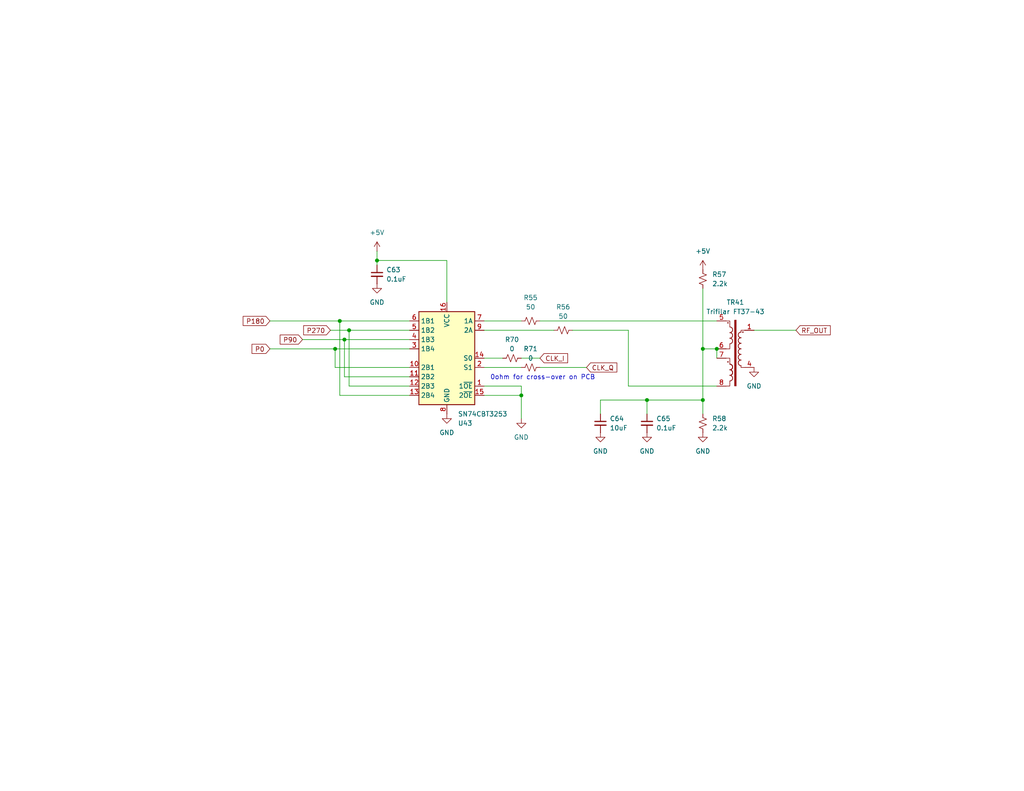
<source format=kicad_sch>
(kicad_sch (version 20231120) (generator "eeschema") (generator_version "8.0")
  (paper "USLetter")
  (title_block (title "Quadrature TX/RX Board") (date "2025-02-17") (rev "1") (company "Bruce MacKinnon KC1FSZ") (comment 1 "Copyright (C) Bruce MacKinnon, 2025") (comment 2 "NOT FOR COMMERCIAL USE"))
  (lib_symbols
    (symbol "Analog_Switch:SN74CBT3253"
      (property "Reference" "U" (at -7.62 13.97 0))
      (property "Value" "SN74CBT3253" (at -11.43 -13.97 0))
      (symbol "SN74CBT3253_0_1"
        (rectangle (start -7.62 12.7) (end 7.62 -12.7) (stroke (width 0.254)) (fill (type background)))
        (rectangle (start 7.62 -12.7) (end 7.62 -12.7))
      )
      (symbol "SN74CBT3253_1_1"
        (pin input line (at -10.16 -7.62 0) (length 2.54) (name "1~{OE}") (number "1"))
        (pin bidirectional line (at 10.16 -2.54 180) (length 2.54) (name "2B1") (number "10"))
        (pin bidirectional line (at 10.16 -5.08 180) (length 2.54) (name "2B2") (number "11"))
        (pin bidirectional line (at 10.16 -7.62 180) (length 2.54) (name "2B3") (number "12"))
        (pin bidirectional line (at 10.16 -10.16 180) (length 2.54) (name "2B4") (number "13"))
        (pin input line (at -10.16 0 0) (length 2.54) (name "S0") (number "14"))
        (pin input line (at -10.16 -10.16 0) (length 2.54) (name "2~{OE}") (number "15"))
        (pin power_in line (at 0 15.24 270) (length 2.54) (name "VCC") (number "16"))
        (pin input line (at -10.16 -2.54 0) (length 2.54) (name "S1") (number "2"))
        (pin bidirectional line (at 10.16 2.54 180) (length 2.54) (name "1B4") (number "3"))
        (pin bidirectional line (at 10.16 5.08 180) (length 2.54) (name "1B3") (number "4"))
        (pin bidirectional line (at 10.16 7.62 180) (length 2.54) (name "1B2") (number "5"))
        (pin bidirectional line (at 10.16 10.16 180) (length 2.54) (name "1B1") (number "6"))
        (pin bidirectional line (at -10.16 10.16 0) (length 2.54) (name "1A") (number "7"))
        (pin power_in line (at 0 -15.24 90) (length 2.54) (name "GND") (number "8"))
        (pin bidirectional line (at -10.16 7.62 0) (length 2.54) (name "2A") (number "9"))
      )
    )
    (symbol "Device:C_Small" (pin_numbers hide) (pin_names (offset 0.254) hide)
      (property "Reference" "C" (at 0.254 1.778 0))
      (property "Value" "C_Small" (at 0.254 -2.032 0))
      (symbol "C_Small_0_1"
        (polyline (pts (xy -1.524 -0.508) (xy 1.524 -0.508)) (stroke (width 0.3302)))
        (polyline (pts (xy -1.524 0.508) (xy 1.524 0.508)) (stroke (width 0.3048)))
      )
      (symbol "C_Small_1_1"
        (pin passive line (at 0 2.54 270) (length 2.032) (name "~") (number "1"))
        (pin passive line (at 0 -2.54 90) (length 2.032) (name "~") (number "2"))
      )
    )
    (symbol "Device:R_Small_US" (pin_numbers hide) (pin_names (offset 0.254) hide)
      (property "Reference" "R" (at 0.762 0.508 0))
      (property "Value" "R_Small_US" (at 0.762 -1.016 0))
      (symbol "R_Small_US_1_1"
        (polyline (pts (xy 0 0) (xy 1.016 -0.381) (xy 0 -0.762) (xy -1.016 -1.143) (xy 0 -1.524)))
        (polyline (pts (xy 0 1.524) (xy 1.016 1.143) (xy 0 0.762) (xy -1.016 0.381) (xy 0 0)))
        (pin passive line (at 0 2.54 270) (length 1.016) (name "~") (number "1"))
        (pin passive line (at 0 -2.54 90) (length 1.016) (name "~") (number "2"))
      )
    )
    (symbol "Transformer:TEZ0.5-D-2" (pin_names (offset 0.0254))
      (property "Reference" "TR" (at 0 8.89 0))
      (property "Value" "TEZ0.5-D-2" (at 0 -11.43 0))
      (symbol "TEZ0.5-D-2_0_1"
        (circle (center -2.032 4.572) (radius 0.127))
        (arc (start -1.524 -4.572) (mid -0.7653 -3.81) (end -1.524 -3.048) (stroke (width 0.2032)))
        (arc (start -1.524 -3.048) (mid -0.7653 -2.286) (end -1.524 -1.524) (stroke (width 0.2032)))
        (arc (start -1.524 -1.524) (mid -0.7653 -0.762) (end -1.524 0) (stroke (width 0.2032)))
        (arc (start -1.524 0) (mid -0.7653 0.762) (end -1.524 1.524) (stroke (width 0.2032)))
        (arc (start -1.524 1.524) (mid -0.7653 2.286) (end -1.524 3.048) (stroke (width 0.2032)))
        (arc (start -1.524 3.048) (mid -0.7653 3.81) (end -1.524 4.572) (stroke (width 0.2032)))
        (rectangle (start -0.254 7.874) (end 0.254 -10.16) (stroke (width 0.0254)) (fill (type outline)))
        (polyline (pts (xy -1.524 -4.572) (xy -1.524 -5.08) (xy -2.54 -5.08)))
        (polyline (pts (xy -1.524 4.572) (xy -1.524 5.08) (xy -2.54 5.08)))
        (polyline (pts (xy 1.524 -8.89) (xy 1.524 -10.16) (xy 2.54 -10.16)))
        (polyline (pts (xy 2.54 -2.54) (xy 1.524 -2.54) (xy 1.524 -4.064)))
        (polyline (pts (xy 2.54 0) (xy 1.524 0) (xy 1.524 1.27)))
        (polyline (pts (xy 2.54 7.62) (xy 1.524 7.62) (xy 1.524 6.096)))
        (arc (start 1.524 -7.239) (mid 0.7653 -8.001) (end 1.524 -8.763) (stroke (width 0.2032)))
        (arc (start 1.524 -5.715) (mid 0.7653 -6.477) (end 1.524 -7.239) (stroke (width 0.2032)))
        (arc (start 1.524 -5.715) (mid 0.7653 -6.477) (end 1.524 -7.239) (stroke (width 0.2032)))
        (arc (start 1.524 -4.191) (mid 0.7653 -4.953) (end 1.524 -5.715) (stroke (width 0.2032)))
        (arc (start 1.524 -4.191) (mid 0.7653 -4.953) (end 1.524 -5.715) (stroke (width 0.2032)))
        (arc (start 1.524 2.921) (mid 0.7653 2.159) (end 1.524 1.397) (stroke (width 0.2032)))
        (arc (start 1.524 4.445) (mid 0.7653 3.683) (end 1.524 2.921) (stroke (width 0.2032)))
        (arc (start 1.524 5.969) (mid 0.7653 5.207) (end 1.524 4.445) (stroke (width 0.2032)))
        (circle (center 2.032 -3.556) (radius 0.127))
        (circle (center 2.032 7.112) (radius 0.127))
      )
      (symbol "TEZ0.5-D-2_1_1"
        (pin passive line (at -5.08 5.08 0) (length 2.54) (name "~") (number "1"))
        (pin passive line (at -5.08 -5.08 0) (length 2.54) (name "~") (number "4"))
        (pin passive line (at 5.08 7.62 180) (length 2.54) (name "~") (number "5"))
        (pin passive line (at 5.08 0 180) (length 2.54) (name "~") (number "6"))
        (pin passive line (at 5.08 -2.54 180) (length 2.54) (name "~") (number "7"))
        (pin passive line (at 5.08 -10.16 180) (length 2.54) (name "~") (number "8"))
      )
    )
    (symbol "power:+5V" (power) (pin_numbers hide) (pin_names (offset 0) hide)
      (property "Value" "+5V" (at 0 3.556 0))
      (symbol "+5V_0_1"
        (polyline (pts (xy -0.762 1.27) (xy 0 2.54)))
        (polyline (pts (xy 0 0) (xy 0 2.54)))
        (polyline (pts (xy 0 2.54) (xy 0.762 1.27)))
      )
      (symbol "+5V_1_1"
        (pin power_in line (at 0 0 90) (length 0) (name "~") (number "1"))
      )
    )
    (symbol "power:GND" (power) (pin_numbers hide) (pin_names (offset 0) hide)
      (property "Value" "GND" (at 0 -3.81 0))
      (symbol "GND_0_1"
        (polyline (pts (xy 0 0) (xy 0 -1.27) (xy 1.27 -1.27) (xy 0 -2.54) (xy -1.27 -1.27) (xy 0 -1.27)))
      )
      (symbol "GND_1_1"
        (pin power_in line (at 0 0 270) (length 0) (name "~") (number "1"))
      )
    )
  )
  (junction (at 95.25 90.17))
  (junction (at 191.77 95.25))
  (junction (at 92.71 87.63))
  (junction (at 191.77 109.22))
  (junction (at 195.58 95.25))
  (junction (at 102.87 71.12))
  (junction (at 93.98 92.71))
  (junction (at 91.44 95.25))
  (junction (at 176.53 109.22))
  (junction (at 142.24 107.95))
  (wire (pts (xy 191.77 78.74) (xy 191.77 95.25)))
  (wire (pts (xy 156.21 90.17) (xy 171.45 90.17)))
  (wire (pts (xy 121.92 82.55) (xy 121.92 71.12)))
  (wire (pts (xy 191.77 95.25) (xy 191.77 109.22)))
  (wire (pts (xy 111.76 107.95) (xy 92.71 107.95)))
  (wire (pts (xy 176.53 113.03) (xy 176.53 109.22)))
  (wire (pts (xy 92.71 107.95) (xy 92.71 87.63)))
  (wire (pts (xy 91.44 95.25) (xy 91.44 100.33)))
  (wire (pts (xy 95.25 90.17) (xy 111.76 90.17)))
  (wire (pts (xy 195.58 95.25) (xy 195.58 97.79)))
  (wire (pts (xy 171.45 105.41) (xy 195.58 105.41)))
  (wire (pts (xy 163.83 109.22) (xy 176.53 109.22)))
  (wire (pts (xy 132.08 100.33) (xy 142.24 100.33)))
  (wire (pts (xy 82.55 92.71) (xy 93.98 92.71)))
  (wire (pts (xy 111.76 105.41) (xy 95.25 105.41)))
  (wire (pts (xy 102.87 71.12) (xy 102.87 72.39)))
  (wire (pts (xy 163.83 113.03) (xy 163.83 109.22)))
  (wire (pts (xy 93.98 102.87) (xy 93.98 92.71)))
  (wire (pts (xy 111.76 100.33) (xy 91.44 100.33)))
  (wire (pts (xy 147.32 87.63) (xy 195.58 87.63)))
  (wire (pts (xy 142.24 107.95) (xy 142.24 114.3)))
  (wire (pts (xy 90.17 90.17) (xy 95.25 90.17)))
  (wire (pts (xy 92.71 87.63) (xy 111.76 87.63)))
  (wire (pts (xy 73.66 87.63) (xy 92.71 87.63)))
  (wire (pts (xy 142.24 105.41) (xy 142.24 107.95)))
  (wire (pts (xy 147.32 100.33) (xy 160.02 100.33)))
  (wire (pts (xy 205.74 90.17) (xy 217.17 90.17)))
  (wire (pts (xy 171.45 90.17) (xy 171.45 105.41)))
  (wire (pts (xy 102.87 68.58) (xy 102.87 71.12)))
  (wire (pts (xy 95.25 105.41) (xy 95.25 90.17)))
  (wire (pts (xy 111.76 102.87) (xy 93.98 102.87)))
  (wire (pts (xy 73.66 95.25) (xy 91.44 95.25)))
  (wire (pts (xy 93.98 92.71) (xy 111.76 92.71)))
  (wire (pts (xy 121.92 71.12) (xy 102.87 71.12)))
  (wire (pts (xy 91.44 95.25) (xy 111.76 95.25)))
  (wire (pts (xy 132.08 87.63) (xy 142.24 87.63)))
  (wire (pts (xy 132.08 90.17) (xy 151.13 90.17)))
  (wire (pts (xy 142.24 97.79) (xy 147.32 97.79)))
  (wire (pts (xy 191.77 95.25) (xy 195.58 95.25)))
  (wire (pts (xy 176.53 109.22) (xy 191.77 109.22)))
  (wire (pts (xy 132.08 97.79) (xy 137.16 97.79)))
  (wire (pts (xy 191.77 109.22) (xy 191.77 113.03)))
  (wire (pts (xy 132.08 107.95) (xy 142.24 107.95)))
  (wire (pts (xy 132.08 105.41) (xy 142.24 105.41)))
  (text "0ohm for cross-over on PCB" (at 148.082 103.124 0) (effects (font (size 1.27 1.27))))
  (global_label "CLK_Q" (shape input) (at 160.02 100.33 0) (property "Intersheetrefs" "${INTERSHEET_REFS}" (effects (hide yes))))
  (global_label "P0" (shape input) (at 73.66 95.25 180) (property "Intersheetrefs" "${INTERSHEET_REFS}" (effects (hide yes))))
  (global_label "CLK_I" (shape input) (at 147.32 97.79 0) (property "Intersheetrefs" "${INTERSHEET_REFS}" (effects (hide yes))))
  (global_label "P90" (shape input) (at 82.55 92.71 180) (property "Intersheetrefs" "${INTERSHEET_REFS}" (effects (hide yes))))
  (global_label "P180" (shape input) (at 73.66 87.63 180) (property "Intersheetrefs" "${INTERSHEET_REFS}" (effects (hide yes))))
  (global_label "P270" (shape input) (at 90.17 90.17 180) (property "Intersheetrefs" "${INTERSHEET_REFS}" (effects (hide yes))))
  (global_label "RF_OUT" (shape input) (at 217.17 90.17 0) (property "Intersheetrefs" "${INTERSHEET_REFS}" (effects (hide yes))))
  (symbol (lib_id "power:+5V") (at 102.87 68.58 0) (unit 1)
    (property "Reference" "#PWR051" (effects (hide yes)))
    (property "Value" "+5V" (at 102.87 63.5 0))
    (property "Description" "Power symbol creates a global label with name \"+5V\"" (effects (hide yes)))
  )
  (symbol (lib_id "Transformer:TEZ0.5-D-2") (at 200.66 95.25 0) (mirror y) (unit 1)
    (property "Reference" "TR41" (at 200.66 82.55 0))
    (property "Value" "Trifilar FT37-43" (at 200.66 85.09 0))
    (property "Footprint" "bruce-footprints:FT37-43 Trifilar" (effects (hide yes)))
    (property "Datasheet" "http://www.breve.pl/pdf/ANG/TEZ_ang.pdf" (effects (hide yes)))
    (property "Description" "TEZ0.5/D/x-x, 0.5VA, Dual Secondary, Cast Resin Transformer, PCB" (effects (hide yes)))
  )
  (symbol (lib_id "Device:R_Small_US") (at 191.77 115.57 0) (unit 1)
    (property "Reference" "R58" (at 194.31 114.2999 0) (effects (justify left)))
    (property "Value" "2.2k" (at 194.31 116.8399 0) (effects (justify left)))
    (property "Footprint" "Resistor_SMD:R_0805_2012Metric_Pad1.20x1.40mm_HandSolder" (effects (hide yes)))
    (property "Description" "Resistor, small US symbol" (effects (hide yes)))
  )
  (symbol (lib_id "Device:R_Small_US") (at 191.77 76.2 0) (unit 1)
    (property "Reference" "R57" (at 194.31 74.9299 0) (effects (justify left)))
    (property "Value" "2.2k" (at 194.31 77.4699 0) (effects (justify left)))
    (property "Footprint" "Resistor_SMD:R_0805_2012Metric_Pad1.20x1.40mm_HandSolder" (effects (hide yes)))
    (property "Description" "Resistor, small US symbol" (effects (hide yes)))
  )
  (symbol (lib_id "power:GND") (at 121.92 113.03 0) (unit 1)
    (property "Reference" "#PWR053" (effects (hide yes)))
    (property "Value" "GND" (at 121.92 118.11 0))
    (property "Description" "Power symbol creates a global label with name \"GND\" , ground" (effects (hide yes)))
  )
  (symbol (lib_id "Device:R_Small_US") (at 139.7 97.79 90) (unit 1)
    (property "Reference" "R70" (at 139.7 92.71 90))
    (property "Value" "0" (at 139.7 95.25 90))
    (property "Footprint" "Resistor_SMD:R_0805_2012Metric_Pad1.20x1.40mm_HandSolder" (effects (hide yes)))
    (property "Description" "Resistor, small US symbol" (effects (hide yes)))
  )
  (symbol (lib_id "power:GND") (at 176.53 118.11 0) (unit 1)
    (property "Reference" "#PWR056" (effects (hide yes)))
    (property "Value" "GND" (at 176.53 123.19 0))
    (property "Description" "Power symbol creates a global label with name \"GND\" , ground" (effects (hide yes)))
  )
  (symbol (lib_id "power:GND") (at 205.74 100.33 0) (unit 1)
    (property "Reference" "#PWR059" (effects (hide yes)))
    (property "Value" "GND" (at 205.74 105.41 0))
    (property "Description" "Power symbol creates a global label with name \"GND\" , ground" (effects (hide yes)))
  )
  (symbol (lib_id "Analog_Switch:SN74CBT3253") (at 121.92 97.79 0) (mirror y) (unit 1)
    (property "Reference" "U43" (at 124.9365 115.57 0) (effects (justify right)))
    (property "Value" "SN74CBT3253" (at 124.9365 113.03 0) (effects (justify right)))
    (property "Footprint" "Package_SO:SOIC-16_3.9x9.9mm_P1.27mm" (effects (hide yes)))
    (property "Datasheet" "http://www.ti.com/lit/gpn/sn74cbt3253" (effects (hide yes)))
    (property "Description" "Dual 1 to 4 Analog Multiplexer" (effects (hide yes)))
  )
  (symbol (lib_id "Device:C_Small") (at 176.53 115.57 0) (unit 1)
    (property "Reference" "C65" (at 179.07 114.3062 0) (effects (justify left)))
    (property "Value" "0.1uF" (at 179.07 116.8462 0) (effects (justify left)))
    (property "Footprint" "Capacitor_SMD:C_0805_2012Metric_Pad1.18x1.45mm_HandSolder" (effects (hide yes)))
    (property "Description" "Unpolarized capacitor, small symbol" (effects (hide yes)))
  )
  (symbol (lib_id "Device:C_Small") (at 102.87 74.93 0) (unit 1)
    (property "Reference" "C63" (at 105.41 73.6662 0) (effects (justify left)))
    (property "Value" "0.1uF" (at 105.41 76.2062 0) (effects (justify left)))
    (property "Footprint" "Capacitor_SMD:C_0805_2012Metric_Pad1.18x1.45mm_HandSolder" (effects (hide yes)))
    (property "Description" "Unpolarized capacitor, small symbol" (effects (hide yes)))
  )
  (symbol (lib_id "Device:R_Small_US") (at 144.78 87.63 90) (unit 1)
    (property "Reference" "R55" (at 144.78 81.28 90))
    (property "Value" "50" (at 144.78 83.82 90))
    (property "Footprint" "Resistor_SMD:R_0805_2012Metric_Pad1.20x1.40mm_HandSolder" (effects (hide yes)))
    (property "Description" "Resistor, small US symbol" (effects (hide yes)))
  )
  (symbol (lib_id "power:GND") (at 163.83 118.11 0) (unit 1)
    (property "Reference" "#PWR055" (effects (hide yes)))
    (property "Value" "GND" (at 163.83 123.19 0))
    (property "Description" "Power symbol creates a global label with name \"GND\" , ground" (effects (hide yes)))
  )
  (symbol (lib_id "Device:R_Small_US") (at 144.78 100.33 90) (unit 1)
    (property "Reference" "R71" (at 144.78 95.25 90))
    (property "Value" "0" (at 144.78 97.79 90))
    (property "Footprint" "Resistor_SMD:R_0805_2012Metric_Pad1.20x1.40mm_HandSolder" (effects (hide yes)))
    (property "Description" "Resistor, small US symbol" (effects (hide yes)))
  )
  (symbol (lib_id "power:+5V") (at 191.77 73.66 0) (unit 1)
    (property "Reference" "#PWR057" (effects (hide yes)))
    (property "Value" "+5V" (at 191.77 68.58 0))
    (property "Description" "Power symbol creates a global label with name \"+5V\"" (effects (hide yes)))
  )
  (symbol (lib_id "power:GND") (at 142.24 114.3 0) (unit 1)
    (property "Reference" "#PWR054" (effects (hide yes)))
    (property "Value" "GND" (at 142.24 119.38 0))
    (property "Description" "Power symbol creates a global label with name \"GND\" , ground" (effects (hide yes)))
  )
  (symbol (lib_id "Device:R_Small_US") (at 153.67 90.17 90) (unit 1)
    (property "Reference" "R56" (at 153.67 83.82 90))
    (property "Value" "50" (at 153.67 86.36 90))
    (property "Footprint" "Resistor_SMD:R_0805_2012Metric_Pad1.20x1.40mm_HandSolder" (effects (hide yes)))
    (property "Description" "Resistor, small US symbol" (effects (hide yes)))
  )
  (symbol (lib_id "Device:C_Small") (at 163.83 115.57 0) (unit 1)
    (property "Reference" "C64" (at 166.37 114.3062 0) (effects (justify left)))
    (property "Value" "10uF" (at 166.37 116.8462 0) (effects (justify left)))
    (property "Footprint" "Capacitor_SMD:C_0805_2012Metric_Pad1.18x1.45mm_HandSolder" (effects (hide yes)))
    (property "Description" "Unpolarized capacitor, small symbol" (effects (hide yes)))
  )
  (symbol (lib_id "power:GND") (at 191.77 118.11 0) (unit 1)
    (property "Reference" "#PWR058" (effects (hide yes)))
    (property "Value" "GND" (at 191.77 123.19 0))
    (property "Description" "Power symbol creates a global label with name \"GND\" , ground" (effects (hide yes)))
  )
  (symbol (lib_id "power:GND") (at 102.87 77.47 0) (unit 1)
    (property "Reference" "#PWR052" (effects (hide yes)))
    (property "Value" "GND" (at 102.87 82.55 0))
    (property "Description" "Power symbol creates a global label with name \"GND\" , ground" (effects (hide yes)))
  )
)
</source>
